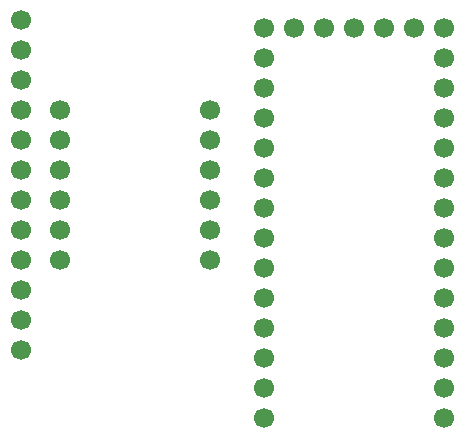
<source format=gbr>
%TF.GenerationSoftware,KiCad,Pcbnew,(6.0.4-0)*%
%TF.CreationDate,2022-08-22T18:59:51-05:00*%
%TF.ProjectId,pixel-frame-adapter,70697865-6c2d-4667-9261-6d652d616461,rev?*%
%TF.SameCoordinates,Original*%
%TF.FileFunction,Soldermask,Bot*%
%TF.FilePolarity,Negative*%
%FSLAX46Y46*%
G04 Gerber Fmt 4.6, Leading zero omitted, Abs format (unit mm)*
G04 Created by KiCad (PCBNEW (6.0.4-0)) date 2022-08-22 18:59:51*
%MOMM*%
%LPD*%
G01*
G04 APERTURE LIST*
%ADD10C,1.700000*%
G04 APERTURE END LIST*
D10*
%TO.C,U2*%
X168681400Y-120370600D03*
X168681400Y-117830600D03*
X168681400Y-115290600D03*
X168681400Y-112750600D03*
X168681400Y-110210600D03*
X168681400Y-107670600D03*
X168681400Y-105130600D03*
X168681400Y-102590600D03*
X168681400Y-100050600D03*
X168681400Y-97510600D03*
X168681400Y-94970600D03*
X168681400Y-92430600D03*
X168681400Y-89890600D03*
X168681400Y-87350600D03*
X166141400Y-87350600D03*
X163601400Y-87350600D03*
X161061400Y-87350600D03*
X158521400Y-87350600D03*
X155981400Y-87350600D03*
X153441400Y-87350600D03*
X153441400Y-89890600D03*
X153441400Y-92430600D03*
X153441400Y-94970600D03*
X153441400Y-97510600D03*
X153441400Y-100050600D03*
X153441400Y-102590600D03*
X153441400Y-105130600D03*
X153441400Y-107670600D03*
X153441400Y-110210600D03*
X153441400Y-112750600D03*
X153441400Y-115290600D03*
X153441400Y-117830600D03*
X153441400Y-120370600D03*
%TD*%
%TO.C,U3*%
X148844000Y-107042204D03*
X148844000Y-104502204D03*
X148844000Y-101962204D03*
X148844000Y-99422204D03*
X148844000Y-96882204D03*
X148844000Y-94342204D03*
X136144000Y-94342204D03*
X136144000Y-96882204D03*
X136144000Y-99422204D03*
X136144000Y-101962204D03*
X136144000Y-104502204D03*
X136144000Y-107042204D03*
%TD*%
%TO.C,U1*%
X132867400Y-114662204D03*
X132867400Y-112122204D03*
X132867400Y-109582204D03*
X132867400Y-107042204D03*
X132867400Y-104502204D03*
X132867400Y-101962204D03*
X132867400Y-99422204D03*
X132867400Y-96882204D03*
X132867400Y-94342204D03*
X132867400Y-91802204D03*
X132867400Y-89262204D03*
X132867400Y-86722204D03*
%TD*%
M02*

</source>
